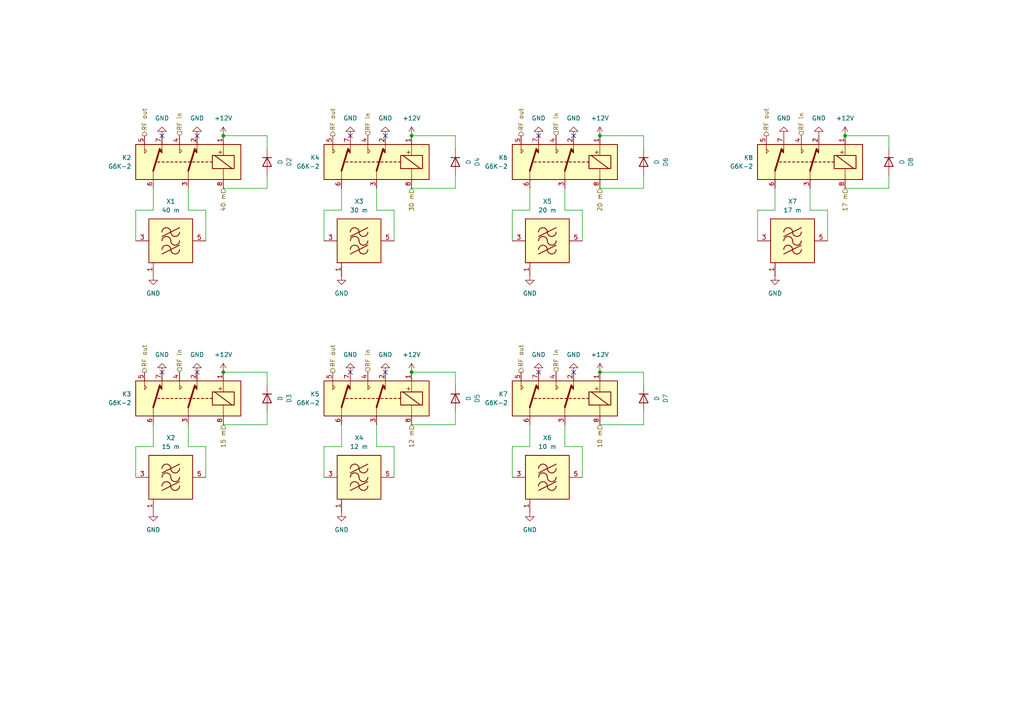
<source format=kicad_sch>
(kicad_sch (version 20231120) (generator "eeschema") (generator_version "8.0")
  (paper "A4")
  (lib_symbols
    (symbol "Device:D" (pin_numbers hide) (pin_names (offset 1.016) hide)
      (property "Reference" "D" (at 0 2.54 0))
      (property "Value" "D" (at 0 -2.54 0))
      (symbol "D_0_1"
        (polyline (pts (xy -1.27 1.27) (xy -1.27 -1.27)) (stroke (width 0.254)))
        (polyline (pts (xy 1.27 0) (xy -1.27 0)))
        (polyline (pts (xy 1.27 1.27) (xy 1.27 -1.27) (xy -1.27 0) (xy 1.27 1.27)) (stroke (width 0.254)))
      )
      (symbol "D_1_1"
        (pin passive line (at -3.81 0 0) (length 2.54) (name "K") (number "1"))
        (pin passive line (at 3.81 0 180) (length 2.54) (name "A") (number "2"))
      )
    )
    (symbol "Relay:G6K-2"
      (property "Reference" "K" (at 16.51 3.81 0))
      (property "Value" "G6K-2" (at 16.51 1.27 0))
      (symbol "G6K-2_0_0"
        (text "+" (at -9.271 2.921 0) (effects (font (size 1.27 1.27))))
      )
      (symbol "G6K-2_0_1"
        (rectangle (start -15.24 5.08) (end 15.24 -5.08) (stroke (width 0.254)) (fill (type background)))
        (rectangle (start -13.335 1.905) (end -6.985 -1.905) (stroke (width 0.254)))
        (polyline (pts (xy -12.7 -1.905) (xy -7.62 1.905)) (stroke (width 0.254)))
        (polyline (pts (xy -10.16 -5.08) (xy -10.16 -1.905)))
        (polyline (pts (xy -10.16 5.08) (xy -10.16 1.905)))
        (polyline (pts (xy -6.985 0) (xy -6.35 0)) (stroke (width 0.254)))
        (polyline (pts (xy -5.715 0) (xy -5.08 0)) (stroke (width 0.254)))
        (polyline (pts (xy -4.445 0) (xy -3.81 0)) (stroke (width 0.254)))
        (polyline (pts (xy -3.175 0) (xy -2.54 0)) (stroke (width 0.254)))
        (polyline (pts (xy -1.905 0) (xy -1.27 0)) (stroke (width 0.254)))
        (polyline (pts (xy -0.635 0) (xy 0 0)) (stroke (width 0.254)))
        (polyline (pts (xy 0 -2.54) (xy -1.905 3.81)) (stroke (width 0.508)))
        (polyline (pts (xy 0 -2.54) (xy 0 -5.08)))
        (polyline (pts (xy 0.635 0) (xy 1.27 0)) (stroke (width 0.254)))
        (polyline (pts (xy 1.905 0) (xy 2.54 0)) (stroke (width 0.254)))
        (polyline (pts (xy 3.175 0) (xy 3.81 0)) (stroke (width 0.254)))
        (polyline (pts (xy 4.445 0) (xy 5.08 0)) (stroke (width 0.254)))
        (polyline (pts (xy 5.715 0) (xy 6.35 0)) (stroke (width 0.254)))
        (polyline (pts (xy 6.985 0) (xy 7.62 0)) (stroke (width 0.254)))
        (polyline (pts (xy 8.255 0) (xy 8.89 0)) (stroke (width 0.254)))
        (polyline (pts (xy 10.16 -2.54) (xy 8.255 3.81)) (stroke (width 0.508)))
        (polyline (pts (xy 10.16 -2.54) (xy 10.16 -5.08)))
        (polyline (pts (xy -2.54 5.08) (xy -2.54 2.54) (xy -1.905 3.175) (xy -2.54 3.81)) (fill (type outline)))
        (polyline (pts (xy 2.54 5.08) (xy 2.54 2.54) (xy 1.905 3.175) (xy 2.54 3.81)))
        (polyline (pts (xy 7.62 5.08) (xy 7.62 2.54) (xy 8.255 3.175) (xy 7.62 3.81)) (fill (type outline)))
        (polyline (pts (xy 12.7 5.08) (xy 12.7 2.54) (xy 12.065 3.175) (xy 12.7 3.81)))
      )
      (symbol "G6K-2_1_1"
        (pin passive line (at -10.16 7.62 270) (length 2.54) (name "~") (number "1"))
        (pin passive line (at -2.54 7.62 270) (length 2.54) (name "~") (number "2"))
        (pin passive line (at 0 -7.62 90) (length 2.54) (name "~") (number "3"))
        (pin passive line (at 2.54 7.62 270) (length 2.54) (name "~") (number "4"))
        (pin passive line (at 12.7 7.62 270) (length 2.54) (name "~") (number "5"))
        (pin passive line (at 10.16 -7.62 90) (length 2.54) (name "~") (number "6"))
        (pin passive line (at 7.62 7.62 270) (length 2.54) (name "~") (number "7"))
        (pin passive line (at -10.16 -7.62 90) (length 2.54) (name "~") (number "8"))
      )
    )
    (symbol "pico-sdx:Filter_Module" (pin_names hide)
      (property "Reference" "X" (at -5.08 10.16 0))
      (property "Value" "Filter Module" (at -1.27 7.62 0))
      (symbol "Filter_Module_1_1"
        (rectangle (start -6.35 6.35) (end 6.35 -6.35) (stroke (width 0.254)) (fill (type background)))
        (arc (start 0 -2.54) (mid -1.27 -1.2755) (end -2.54 -2.54) (stroke (width 0.254)))
        (arc (start 0 -2.54) (mid 1.27 -3.8045) (end 2.54 -2.54) (stroke (width 0.254)))
        (arc (start 0 0) (mid -1.27 1.2645) (end -2.54 0) (stroke (width 0.254)))
        (polyline (pts (xy -2.54 -3.81) (xy 2.54 -1.27)) (stroke (width 0.254)))
        (polyline (pts (xy -2.54 1.27) (xy 2.54 3.81)) (stroke (width 0.254)))
        (arc (start 0 0) (mid 1.27 -1.2645) (end 2.54 0) (stroke (width 0.254)))
        (arc (start 0 2.54) (mid -1.27 3.8045) (end -2.54 2.54) (stroke (width 0.254)))
        (arc (start 0 2.54) (mid 1.27 1.2755) (end 2.54 2.54) (stroke (width 0.254)))
        (pin power_in line (at -5.08 -10.16 90) (length 3.81) (name "GND") (number "1"))
        (pin passive line (at -5.08 -10.16 90) (length 3.81) hide (name "GND") (number "2"))
        (pin input line (at -10.16 0 0) (length 3.81) (name "IN") (number "3"))
        (pin passive line (at -10.16 0 0) (length 3.81) hide (name "IN") (number "4"))
        (pin output line (at 10.16 0 180) (length 3.81) (name "OUT") (number "5"))
        (pin passive line (at 10.16 0 180) (length 3.81) hide (name "OUT") (number "6"))
        (pin passive line (at -5.08 -10.16 90) (length 3.81) hide (name "GND") (number "7"))
        (pin passive line (at -5.08 -10.16 90) (length 3.81) hide (name "GND") (number "8"))
      )
    )
    (symbol "power:+12V" (power) (pin_numbers hide) (pin_names (offset 0) hide)
      (property "Value" "+12V" (at 0 3.556 0))
      (symbol "+12V_0_1"
        (polyline (pts (xy -0.762 1.27) (xy 0 2.54)))
        (polyline (pts (xy 0 0) (xy 0 2.54)))
        (polyline (pts (xy 0 2.54) (xy 0.762 1.27)))
      )
      (symbol "+12V_1_1"
        (pin power_in line (at 0 0 90) (length 0) (name "~") (number "1"))
      )
    )
    (symbol "power:GND" (power) (pin_numbers hide) (pin_names (offset 0) hide)
      (property "Value" "GND" (at 0 -3.81 0))
      (symbol "GND_0_1"
        (polyline (pts (xy 0 0) (xy 0 -1.27) (xy 1.27 -1.27) (xy 0 -2.54) (xy -1.27 -1.27) (xy 0 -1.27)))
      )
      (symbol "GND_1_1"
        (pin power_in line (at 0 0 270) (length 0) (name "~") (number "1"))
      )
    )
  )
  (junction (at 173.99 107.95))
  (junction (at 64.77 39.37))
  (junction (at 119.38 107.95))
  (junction (at 245.11 39.37))
  (junction (at 119.38 39.37))
  (junction (at 173.99 39.37))
  (junction (at 64.77 107.95))
  (no_connect (at 111.76 39.37))
  (no_connect (at 46.99 107.95))
  (no_connect (at 111.76 107.95))
  (no_connect (at 57.15 39.37))
  (no_connect (at 101.6 39.37))
  (no_connect (at 156.21 39.37))
  (no_connect (at 156.21 107.95))
  (no_connect (at 166.37 107.95))
  (no_connect (at 46.99 39.37))
  (no_connect (at 57.15 107.95))
  (no_connect (at 101.6 107.95))
  (no_connect (at 166.37 39.37))
  (wire (pts (xy 245.11 54.61) (xy 257.81 54.61)))
  (wire (pts (xy 148.59 60.96) (xy 148.59 69.85)))
  (wire (pts (xy 77.47 123.19) (xy 64.77 123.19)))
  (wire (pts (xy 109.22 54.61) (xy 109.22 60.96)))
  (wire (pts (xy 186.69 50.8) (xy 186.69 54.61)))
  (wire (pts (xy 234.95 60.96) (xy 240.03 60.96)))
  (wire (pts (xy 132.08 39.37) (xy 119.38 39.37)))
  (wire (pts (xy 240.03 60.96) (xy 240.03 69.85)))
  (wire (pts (xy 186.69 123.19) (xy 173.99 123.19)))
  (wire (pts (xy 132.08 50.8) (xy 132.08 54.61)))
  (wire (pts (xy 148.59 129.54) (xy 148.59 138.43)))
  (wire (pts (xy 257.81 50.8) (xy 257.81 54.61)))
  (wire (pts (xy 257.81 39.37) (xy 245.11 39.37)))
  (wire (pts (xy 132.08 123.19) (xy 119.38 123.19)))
  (wire (pts (xy 257.81 43.18) (xy 257.81 39.37)))
  (wire (pts (xy 109.22 129.54) (xy 114.3 129.54)))
  (wire (pts (xy 77.47 119.38) (xy 77.47 123.19)))
  (wire (pts (xy 54.61 60.96) (xy 59.69 60.96)))
  (wire (pts (xy 132.08 43.18) (xy 132.08 39.37)))
  (wire (pts (xy 186.69 54.61) (xy 173.99 54.61)))
  (wire (pts (xy 93.98 129.54) (xy 93.98 138.43)))
  (wire (pts (xy 44.45 54.61) (xy 44.45 60.96)))
  (wire (pts (xy 44.45 129.54) (xy 39.37 129.54)))
  (wire (pts (xy 59.69 129.54) (xy 59.69 138.43)))
  (wire (pts (xy 77.47 50.8) (xy 77.47 54.61)))
  (wire (pts (xy 186.69 39.37) (xy 173.99 39.37)))
  (wire (pts (xy 163.83 54.61) (xy 163.83 60.96)))
  (wire (pts (xy 93.98 60.96) (xy 93.98 69.85)))
  (wire (pts (xy 39.37 60.96) (xy 39.37 69.85)))
  (wire (pts (xy 163.83 123.19) (xy 163.83 129.54)))
  (wire (pts (xy 186.69 43.18) (xy 186.69 39.37)))
  (wire (pts (xy 153.67 60.96) (xy 148.59 60.96)))
  (wire (pts (xy 163.83 129.54) (xy 168.91 129.54)))
  (wire (pts (xy 99.06 123.19) (xy 99.06 129.54)))
  (wire (pts (xy 168.91 60.96) (xy 168.91 69.85)))
  (wire (pts (xy 39.37 129.54) (xy 39.37 138.43)))
  (wire (pts (xy 153.67 129.54) (xy 148.59 129.54)))
  (wire (pts (xy 44.45 123.19) (xy 44.45 129.54)))
  (wire (pts (xy 114.3 60.96) (xy 114.3 69.85)))
  (wire (pts (xy 234.95 54.61) (xy 234.95 60.96)))
  (wire (pts (xy 224.79 60.96) (xy 219.71 60.96)))
  (wire (pts (xy 54.61 54.61) (xy 54.61 60.96)))
  (wire (pts (xy 186.69 119.38) (xy 186.69 123.19)))
  (wire (pts (xy 99.06 54.61) (xy 99.06 60.96)))
  (wire (pts (xy 132.08 119.38) (xy 132.08 123.19)))
  (wire (pts (xy 99.06 129.54) (xy 93.98 129.54)))
  (wire (pts (xy 114.3 129.54) (xy 114.3 138.43)))
  (wire (pts (xy 153.67 123.19) (xy 153.67 129.54)))
  (wire (pts (xy 168.91 129.54) (xy 168.91 138.43)))
  (wire (pts (xy 132.08 107.95) (xy 119.38 107.95)))
  (wire (pts (xy 109.22 60.96) (xy 114.3 60.96)))
  (wire (pts (xy 59.69 60.96) (xy 59.69 69.85)))
  (wire (pts (xy 109.22 123.19) (xy 109.22 129.54)))
  (wire (pts (xy 77.47 39.37) (xy 64.77 39.37)))
  (wire (pts (xy 44.45 60.96) (xy 39.37 60.96)))
  (wire (pts (xy 186.69 111.76) (xy 186.69 107.95)))
  (wire (pts (xy 132.08 111.76) (xy 132.08 107.95)))
  (wire (pts (xy 77.47 43.18) (xy 77.47 39.37)))
  (wire (pts (xy 77.47 111.76) (xy 77.47 107.95)))
  (wire (pts (xy 132.08 54.61) (xy 119.38 54.61)))
  (wire (pts (xy 54.61 129.54) (xy 59.69 129.54)))
  (wire (pts (xy 54.61 123.19) (xy 54.61 129.54)))
  (wire (pts (xy 224.79 54.61) (xy 224.79 60.96)))
  (wire (pts (xy 163.83 60.96) (xy 168.91 60.96)))
  (wire (pts (xy 77.47 107.95) (xy 64.77 107.95)))
  (wire (pts (xy 153.67 54.61) (xy 153.67 60.96)))
  (wire (pts (xy 186.69 107.95) (xy 173.99 107.95)))
  (wire (pts (xy 77.47 54.61) (xy 64.77 54.61)))
  (wire (pts (xy 99.06 60.96) (xy 93.98 60.96)))
  (wire (pts (xy 219.71 60.96) (xy 219.71 69.85)))
  (hierarchical_label "30 m" (shape input) (at 119.38 54.61 270))
  (hierarchical_label "17 m" (shape input) (at 245.11 54.61 270))
  (hierarchical_label "RF in" (shape input) (at 52.07 107.95 90))
  (hierarchical_label "12 m" (shape input) (at 119.38 123.19 270))
  (hierarchical_label "10 m" (shape input) (at 173.99 123.19 270))
  (hierarchical_label "RF in" (shape input) (at 161.29 107.95 90))
  (hierarchical_label "20 m" (shape input) (at 173.99 54.61 270))
  (hierarchical_label "40 m" (shape input) (at 64.77 54.61 270))
  (hierarchical_label "RF out" (shape output) (at 41.91 39.37 90))
  (hierarchical_label "RF out" (shape output) (at 151.13 39.37 90))
  (hierarchical_label "RF in" (shape input) (at 232.41 39.37 90))
  (hierarchical_label "RF out" (shape output) (at 96.52 39.37 90))
  (hierarchical_label "RF out" (shape output) (at 222.25 39.37 90))
  (hierarchical_label "RF in" (shape input) (at 52.07 39.37 90))
  (hierarchical_label "RF in" (shape input) (at 106.68 107.95 90))
  (hierarchical_label "RF out" (shape output) (at 96.52 107.95 90))
  (hierarchical_label "RF out" (shape output) (at 41.91 107.95 90))
  (hierarchical_label "15 m" (shape input) (at 64.77 123.19 270))
  (hierarchical_label "RF out" (shape output) (at 151.13 107.95 90))
  (hierarchical_label "RF in" (shape input) (at 106.68 39.37 90))
  (hierarchical_label "RF in" (shape input) (at 161.29 39.37 90))
  (symbol (lib_id "power:GND") (at 99.06 148.59 0) (unit 1)
    (property "Reference" "#PWR013" (effects (hide yes)))
    (property "Value" "GND" (at 99.06 153.67 0))
    (property "Description" "Power symbol creates a global label with name \"GND\" , ground" (effects (hide yes)))
  )
  (symbol (lib_id "Relay:G6K-2") (at 54.61 46.99 0) (mirror y) (unit 1)
    (property "Reference" "K2" (at 38.1 45.7199 0) (effects (justify left)))
    (property "Value" "G6K-2" (at 38.1 48.2599 0) (effects (justify left)))
    (property "Footprint" "Relay_THT:Relay_DPDT_Omron_G6K-2P" (effects (hide yes)))
    (property "Datasheet" "http://omronfs.omron.com/en_US/ecb/products/pdf/en-g6k.pdf" (effects (hide yes)))
    (property "Description" "Miniature 2-pole relay, Single-side Stable" (effects (hide yes)))
  )
  (symbol (lib_id "Relay:G6K-2") (at 234.95 46.99 0) (mirror y) (unit 1)
    (property "Reference" "K8" (at 218.44 45.7199 0) (effects (justify left)))
    (property "Value" "G6K-2" (at 218.44 48.2599 0) (effects (justify left)))
    (property "Footprint" "Relay_THT:Relay_DPDT_Omron_G6K-2P" (effects (hide yes)))
    (property "Datasheet" "http://omronfs.omron.com/en_US/ecb/products/pdf/en-g6k.pdf" (effects (hide yes)))
    (property "Description" "Miniature 2-pole relay, Single-side Stable" (effects (hide yes)))
  )
  (symbol (lib_id "power:GND") (at 156.21 107.95 0) (mirror x) (unit 1)
    (property "Reference" "#PWR034" (effects (hide yes)))
    (property "Value" "GND" (at 156.21 102.87 0))
    (property "Description" "Power symbol creates a global label with name \"GND\" , ground" (effects (hide yes)))
  )
  (symbol (lib_id "Device:D") (at 186.69 46.99 90) (mirror x) (unit 1)
    (property "Reference" "D6" (at 193.04 46.99 0))
    (property "Value" "D" (at 190.5 46.99 0))
    (property "Footprint" "Diode_SMD:D_SOD-128" (effects (hide yes)))
    (property "Description" "Diode" (effects (hide yes)))
    (property "Sim.Device" "D" (effects (hide yes)))
    (property "Sim.Pins" "1=K 2=A" (effects (hide yes)))
  )
  (symbol (lib_id "Device:D") (at 132.08 115.57 90) (mirror x) (unit 1)
    (property "Reference" "D5" (at 138.43 115.57 0))
    (property "Value" "D" (at 135.89 115.57 0))
    (property "Footprint" "Diode_SMD:D_SOD-128" (effects (hide yes)))
    (property "Description" "Diode" (effects (hide yes)))
    (property "Sim.Device" "D" (effects (hide yes)))
    (property "Sim.Pins" "1=K 2=A" (effects (hide yes)))
  )
  (symbol (lib_id "power:GND") (at 44.45 148.59 0) (unit 1)
    (property "Reference" "#PWR09" (effects (hide yes)))
    (property "Value" "GND" (at 44.45 153.67 0))
    (property "Description" "Power symbol creates a global label with name \"GND\" , ground" (effects (hide yes)))
  )
  (symbol (lib_id "power:GND") (at 44.45 80.01 0) (unit 1)
    (property "Reference" "#PWR08" (effects (hide yes)))
    (property "Value" "GND" (at 44.45 85.09 0))
    (property "Description" "Power symbol creates a global label with name \"GND\" , ground" (effects (hide yes)))
  )
  (symbol (lib_id "power:GND") (at 237.49 39.37 0) (mirror x) (unit 1)
    (property "Reference" "#PWR021" (effects (hide yes)))
    (property "Value" "GND" (at 237.49 34.29 0))
    (property "Description" "Power symbol creates a global label with name \"GND\" , ground" (effects (hide yes)))
  )
  (symbol (lib_id "Relay:G6K-2") (at 163.83 46.99 0) (mirror y) (unit 1)
    (property "Reference" "K6" (at 147.32 45.7199 0) (effects (justify left)))
    (property "Value" "G6K-2" (at 147.32 48.2599 0) (effects (justify left)))
    (property "Footprint" "Relay_THT:Relay_DPDT_Omron_G6K-2P" (effects (hide yes)))
    (property "Datasheet" "http://omronfs.omron.com/en_US/ecb/products/pdf/en-g6k.pdf" (effects (hide yes)))
    (property "Description" "Miniature 2-pole relay, Single-side Stable" (effects (hide yes)))
  )
  (symbol (lib_id "power:GND") (at 156.21 39.37 0) (mirror x) (unit 1)
    (property "Reference" "#PWR024" (effects (hide yes)))
    (property "Value" "GND" (at 156.21 34.29 0))
    (property "Description" "Power symbol creates a global label with name \"GND\" , ground" (effects (hide yes)))
  )
  (symbol (lib_id "Device:D") (at 186.69 115.57 90) (mirror x) (unit 1)
    (property "Reference" "D7" (at 193.04 115.57 0))
    (property "Value" "D" (at 190.5 115.57 0))
    (property "Footprint" "Diode_SMD:D_SOD-128" (effects (hide yes)))
    (property "Description" "Diode" (effects (hide yes)))
    (property "Sim.Device" "D" (effects (hide yes)))
    (property "Sim.Pins" "1=K 2=A" (effects (hide yes)))
  )
  (symbol (lib_id "Relay:G6K-2") (at 109.22 46.99 0) (mirror y) (unit 1)
    (property "Reference" "K4" (at 92.71 45.7199 0) (effects (justify left)))
    (property "Value" "G6K-2" (at 92.71 48.2599 0) (effects (justify left)))
    (property "Footprint" "Relay_THT:Relay_DPDT_Omron_G6K-2P" (effects (hide yes)))
    (property "Datasheet" "http://omronfs.omron.com/en_US/ecb/products/pdf/en-g6k.pdf" (effects (hide yes)))
    (property "Description" "Miniature 2-pole relay, Single-side Stable" (effects (hide yes)))
  )
  (symbol (lib_id "power:GND") (at 101.6 107.95 0) (mirror x) (unit 1)
    (property "Reference" "#PWR032" (effects (hide yes)))
    (property "Value" "GND" (at 101.6 102.87 0))
    (property "Description" "Power symbol creates a global label with name \"GND\" , ground" (effects (hide yes)))
  )
  (symbol (lib_id "Relay:G6K-2") (at 109.22 115.57 0) (mirror y) (unit 1)
    (property "Reference" "K5" (at 92.71 114.2999 0) (effects (justify left)))
    (property "Value" "G6K-2" (at 92.71 116.8399 0) (effects (justify left)))
    (property "Footprint" "Relay_THT:Relay_DPDT_Omron_G6K-2P" (effects (hide yes)))
    (property "Datasheet" "http://omronfs.omron.com/en_US/ecb/products/pdf/en-g6k.pdf" (effects (hide yes)))
    (property "Description" "Miniature 2-pole relay, Single-side Stable" (effects (hide yes)))
  )
  (symbol (lib_id "power:+12V") (at 245.11 39.37 0) (unit 1)
    (property "Reference" "#PWR018" (effects (hide yes)))
    (property "Value" "+12V" (at 245.11 34.29 0))
    (property "Description" "Power symbol creates a global label with name \"+12V\"" (effects (hide yes)))
  )
  (symbol (lib_id "pico-sdx:Filter_Module") (at 158.75 138.43 0) (unit 1)
    (property "Reference" "X6" (at 158.75 127 0))
    (property "Value" "10 m" (at 158.75 129.54 0))
    (property "Footprint" "pico-sdx:Filter Module" (effects (hide yes)))
    (property "Datasheet" "https://qrp-labs.com/bpfkit.html" (effects (hide yes)))
    (property "Description" "Band Pass Filter kit" (effects (hide yes)))
  )
  (symbol (lib_id "power:GND") (at 153.67 148.59 0) (unit 1)
    (property "Reference" "#PWR017" (effects (hide yes)))
    (property "Value" "GND" (at 153.67 153.67 0))
    (property "Description" "Power symbol creates a global label with name \"GND\" , ground" (effects (hide yes)))
  )
  (symbol (lib_id "power:GND") (at 153.67 80.01 0) (unit 1)
    (property "Reference" "#PWR016" (effects (hide yes)))
    (property "Value" "GND" (at 153.67 85.09 0))
    (property "Description" "Power symbol creates a global label with name \"GND\" , ground" (effects (hide yes)))
  )
  (symbol (lib_id "power:GND") (at 101.6 39.37 0) (mirror x) (unit 1)
    (property "Reference" "#PWR026" (effects (hide yes)))
    (property "Value" "GND" (at 101.6 34.29 0))
    (property "Description" "Power symbol creates a global label with name \"GND\" , ground" (effects (hide yes)))
  )
  (symbol (lib_id "pico-sdx:Filter_Module") (at 49.53 69.85 0) (unit 1)
    (property "Reference" "X1" (at 49.53 58.42 0))
    (property "Value" "40 m" (at 49.53 60.96 0))
    (property "Footprint" "pico-sdx:Filter Module" (effects (hide yes)))
    (property "Datasheet" "https://qrp-labs.com/bpfkit.html" (effects (hide yes)))
    (property "Description" "Band Pass Filter kit" (effects (hide yes)))
  )
  (symbol (lib_id "power:GND") (at 224.79 80.01 0) (unit 1)
    (property "Reference" "#PWR019" (effects (hide yes)))
    (property "Value" "GND" (at 224.79 85.09 0))
    (property "Description" "Power symbol creates a global label with name \"GND\" , ground" (effects (hide yes)))
  )
  (symbol (lib_id "pico-sdx:Filter_Module") (at 229.87 69.85 0) (unit 1)
    (property "Reference" "X7" (at 229.87 58.42 0))
    (property "Value" "17 m" (at 229.87 60.96 0))
    (property "Footprint" "pico-sdx:Filter Module" (effects (hide yes)))
    (property "Datasheet" "https://qrp-labs.com/bpfkit.html" (effects (hide yes)))
    (property "Description" "Band Pass Filter kit" (effects (hide yes)))
  )
  (symbol (lib_id "power:+12V") (at 173.99 39.37 0) (unit 1)
    (property "Reference" "#PWR05" (effects (hide yes)))
    (property "Value" "+12V" (at 173.99 34.29 0))
    (property "Description" "Power symbol creates a global label with name \"+12V\"" (effects (hide yes)))
  )
  (symbol (lib_id "power:GND") (at 227.33 39.37 0) (mirror x) (unit 1)
    (property "Reference" "#PWR020" (effects (hide yes)))
    (property "Value" "GND" (at 227.33 34.29 0))
    (property "Description" "Power symbol creates a global label with name \"GND\" , ground" (effects (hide yes)))
  )
  (symbol (lib_id "pico-sdx:Filter_Module") (at 49.53 138.43 0) (unit 1)
    (property "Reference" "X2" (at 49.53 127 0))
    (property "Value" "15 m" (at 49.53 129.54 0))
    (property "Footprint" "pico-sdx:Filter Module" (effects (hide yes)))
    (property "Datasheet" "https://qrp-labs.com/bpfkit.html" (effects (hide yes)))
    (property "Description" "Band Pass Filter kit" (effects (hide yes)))
  )
  (symbol (lib_id "power:GND") (at 99.06 80.01 0) (unit 1)
    (property "Reference" "#PWR012" (effects (hide yes)))
    (property "Value" "GND" (at 99.06 85.09 0))
    (property "Description" "Power symbol creates a global label with name \"GND\" , ground" (effects (hide yes)))
  )
  (symbol (lib_id "power:+12V") (at 64.77 39.37 0) (unit 1)
    (property "Reference" "#PWR01" (effects (hide yes)))
    (property "Value" "+12V" (at 64.77 34.29 0))
    (property "Description" "Power symbol creates a global label with name \"+12V\"" (effects (hide yes)))
  )
  (symbol (lib_id "Device:D") (at 132.08 46.99 90) (mirror x) (unit 1)
    (property "Reference" "D4" (at 138.43 46.99 0))
    (property "Value" "D" (at 135.89 46.99 0))
    (property "Footprint" "Diode_SMD:D_SOD-128" (effects (hide yes)))
    (property "Description" "Diode" (effects (hide yes)))
    (property "Sim.Device" "D" (effects (hide yes)))
    (property "Sim.Pins" "1=K 2=A" (effects (hide yes)))
  )
  (symbol (lib_id "Device:D") (at 77.47 46.99 90) (mirror x) (unit 1)
    (property "Reference" "D2" (at 83.82 46.99 0))
    (property "Value" "D" (at 81.28 46.99 0))
    (property "Footprint" "Diode_SMD:D_SOD-128" (effects (hide yes)))
    (property "Description" "Diode" (effects (hide yes)))
    (property "Sim.Device" "D" (effects (hide yes)))
    (property "Sim.Pins" "1=K 2=A" (effects (hide yes)))
  )
  (symbol (lib_id "power:GND") (at 46.99 107.95 0) (mirror x) (unit 1)
    (property "Reference" "#PWR030" (effects (hide yes)))
    (property "Value" "GND" (at 46.99 102.87 0))
    (property "Description" "Power symbol creates a global label with name \"GND\" , ground" (effects (hide yes)))
  )
  (symbol (lib_id "power:+12V") (at 119.38 39.37 0) (unit 1)
    (property "Reference" "#PWR03" (effects (hide yes)))
    (property "Value" "+12V" (at 119.38 34.29 0))
    (property "Description" "Power symbol creates a global label with name \"+12V\"" (effects (hide yes)))
  )
  (symbol (lib_id "power:+12V") (at 119.38 107.95 0) (unit 1)
    (property "Reference" "#PWR010" (effects (hide yes)))
    (property "Value" "+12V" (at 119.38 102.87 0))
    (property "Description" "Power symbol creates a global label with name \"+12V\"" (effects (hide yes)))
  )
  (symbol (lib_id "power:GND") (at 46.99 39.37 0) (mirror x) (unit 1)
    (property "Reference" "#PWR028" (effects (hide yes)))
    (property "Value" "GND" (at 46.99 34.29 0))
    (property "Description" "Power symbol creates a global label with name \"GND\" , ground" (effects (hide yes)))
  )
  (symbol (lib_id "power:GND") (at 57.15 39.37 0) (mirror x) (unit 1)
    (property "Reference" "#PWR029" (effects (hide yes)))
    (property "Value" "GND" (at 57.15 34.29 0))
    (property "Description" "Power symbol creates a global label with name \"GND\" , ground" (effects (hide yes)))
  )
  (symbol (lib_id "power:+12V") (at 173.99 107.95 0) (unit 1)
    (property "Reference" "#PWR07" (effects (hide yes)))
    (property "Value" "+12V" (at 173.99 102.87 0))
    (property "Description" "Power symbol creates a global label with name \"+12V\"" (effects (hide yes)))
  )
  (symbol (lib_id "power:GND") (at 166.37 107.95 0) (mirror x) (unit 1)
    (property "Reference" "#PWR035" (effects (hide yes)))
    (property "Value" "GND" (at 166.37 102.87 0))
    (property "Description" "Power symbol creates a global label with name \"GND\" , ground" (effects (hide yes)))
  )
  (symbol (lib_id "power:GND") (at 57.15 107.95 0) (mirror x) (unit 1)
    (property "Reference" "#PWR031" (effects (hide yes)))
    (property "Value" "GND" (at 57.15 102.87 0))
    (property "Description" "Power symbol creates a global label with name \"GND\" , ground" (effects (hide yes)))
  )
  (symbol (lib_id "power:GND") (at 111.76 107.95 0) (mirror x) (unit 1)
    (property "Reference" "#PWR033" (effects (hide yes)))
    (property "Value" "GND" (at 111.76 102.87 0))
    (property "Description" "Power symbol creates a global label with name \"GND\" , ground" (effects (hide yes)))
  )
  (symbol (lib_id "power:GND") (at 166.37 39.37 0) (mirror x) (unit 1)
    (property "Reference" "#PWR025" (effects (hide yes)))
    (property "Value" "GND" (at 166.37 34.29 0))
    (property "Description" "Power symbol creates a global label with name \"GND\" , ground" (effects (hide yes)))
  )
  (symbol (lib_id "pico-sdx:Filter_Module") (at 104.14 138.43 0) (unit 1)
    (property "Reference" "X4" (at 104.14 127 0))
    (property "Value" "12 m" (at 104.14 129.54 0))
    (property "Footprint" "pico-sdx:Filter Module" (effects (hide yes)))
    (property "Datasheet" "https://qrp-labs.com/bpfkit.html" (effects (hide yes)))
    (property "Description" "Band Pass Filter kit" (effects (hide yes)))
  )
  (symbol (lib_id "Relay:G6K-2") (at 163.83 115.57 0) (mirror y) (unit 1)
    (property "Reference" "K7" (at 147.32 114.2999 0) (effects (justify left)))
    (property "Value" "G6K-2" (at 147.32 116.8399 0) (effects (justify left)))
    (property "Footprint" "Relay_THT:Relay_DPDT_Omron_G6K-2P" (effects (hide yes)))
    (property "Datasheet" "http://omronfs.omron.com/en_US/ecb/products/pdf/en-g6k.pdf" (effects (hide yes)))
    (property "Description" "Miniature 2-pole relay, Single-side Stable" (effects (hide yes)))
  )
  (symbol (lib_id "Device:D") (at 77.47 115.57 90) (mirror x) (unit 1)
    (property "Reference" "D3" (at 83.82 115.57 0))
    (property "Value" "D" (at 81.28 115.57 0))
    (property "Footprint" "Diode_SMD:D_SOD-128" (effects (hide yes)))
    (property "Description" "Diode" (effects (hide yes)))
    (property "Sim.Device" "D" (effects (hide yes)))
    (property "Sim.Pins" "1=K 2=A" (effects (hide yes)))
  )
  (symbol (lib_id "pico-sdx:Filter_Module") (at 104.14 69.85 0) (unit 1)
    (property "Reference" "X3" (at 104.14 58.42 0))
    (property "Value" "30 m" (at 104.14 60.96 0))
    (property "Footprint" "pico-sdx:Filter Module" (effects (hide yes)))
    (property "Datasheet" "https://qrp-labs.com/bpfkit.html" (effects (hide yes)))
    (property "Description" "Band Pass Filter kit" (effects (hide yes)))
  )
  (symbol (lib_id "Relay:G6K-2") (at 54.61 115.57 0) (mirror y) (unit 1)
    (property "Reference" "K3" (at 38.1 114.2999 0) (effects (justify left)))
    (property "Value" "G6K-2" (at 38.1 116.8399 0) (effects (justify left)))
    (property "Footprint" "Relay_THT:Relay_DPDT_Omron_G6K-2P" (effects (hide yes)))
    (property "Datasheet" "http://omronfs.omron.com/en_US/ecb/products/pdf/en-g6k.pdf" (effects (hide yes)))
    (property "Description" "Miniature 2-pole relay, Single-side Stable" (effects (hide yes)))
  )
  (symbol (lib_id "power:+12V") (at 64.77 107.95 0) (unit 1)
    (property "Reference" "#PWR011" (effects (hide yes)))
    (property "Value" "+12V" (at 64.77 102.87 0))
    (property "Description" "Power symbol creates a global label with name \"+12V\"" (effects (hide yes)))
  )
  (symbol (lib_id "Device:D") (at 257.81 46.99 90) (mirror x) (unit 1)
    (property "Reference" "D8" (at 264.16 46.99 0))
    (property "Value" "D" (at 261.62 46.99 0))
    (property "Footprint" "Diode_SMD:D_SOD-128" (effects (hide yes)))
    (property "Description" "Diode" (effects (hide yes)))
    (property "Sim.Device" "D" (effects (hide yes)))
    (property "Sim.Pins" "1=K 2=A" (effects (hide yes)))
  )
  (symbol (lib_id "pico-sdx:Filter_Module") (at 158.75 69.85 0) (unit 1)
    (property "Reference" "X5" (at 158.75 58.42 0))
    (property "Value" "20 m" (at 158.75 60.96 0))
    (property "Footprint" "pico-sdx:Filter Module" (effects (hide yes)))
    (property "Datasheet" "https://qrp-labs.com/bpfkit.html" (effects (hide yes)))
    (property "Description" "Band Pass Filter kit" (effects (hide yes)))
  )
  (symbol (lib_id "power:GND") (at 111.76 39.37 0) (mirror x) (unit 1)
    (property "Reference" "#PWR027" (effects (hide yes)))
    (property "Value" "GND" (at 111.76 34.29 0))
    (property "Description" "Power symbol creates a global label with name \"GND\" , ground" (effects (hide yes)))
  )
)
</source>
